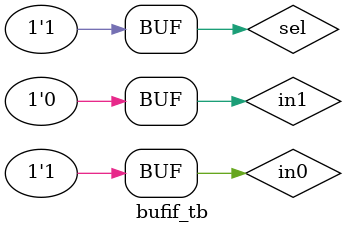
<source format=v>
`include "2to1Mux_buff.v"

module bufif_tb;
  
  reg in0,in1,sel;
  wire out;

  mux_using_bufif mux (.in0(in0),.in1(in1),.sel(sel),.out(out));
  
  
  initial begin
    #10 in0=1'b0; in1=1'b1; sel=1'b0;
    
    #10 in0=1'b1; in1=1'b1; sel=1'b0;
    
    #10 in0=1'b1; in1=1'b1; sel=1'b1;
    
    #10 in0=1'b1; in1=1'b0; sel=1'b1;
    
  end
  
  initial 
    $monitor($time,"ns in0=%b; in1=%b; sel=%b, out=%b",in0,in1,sel,out);
  
endmodule
</source>
